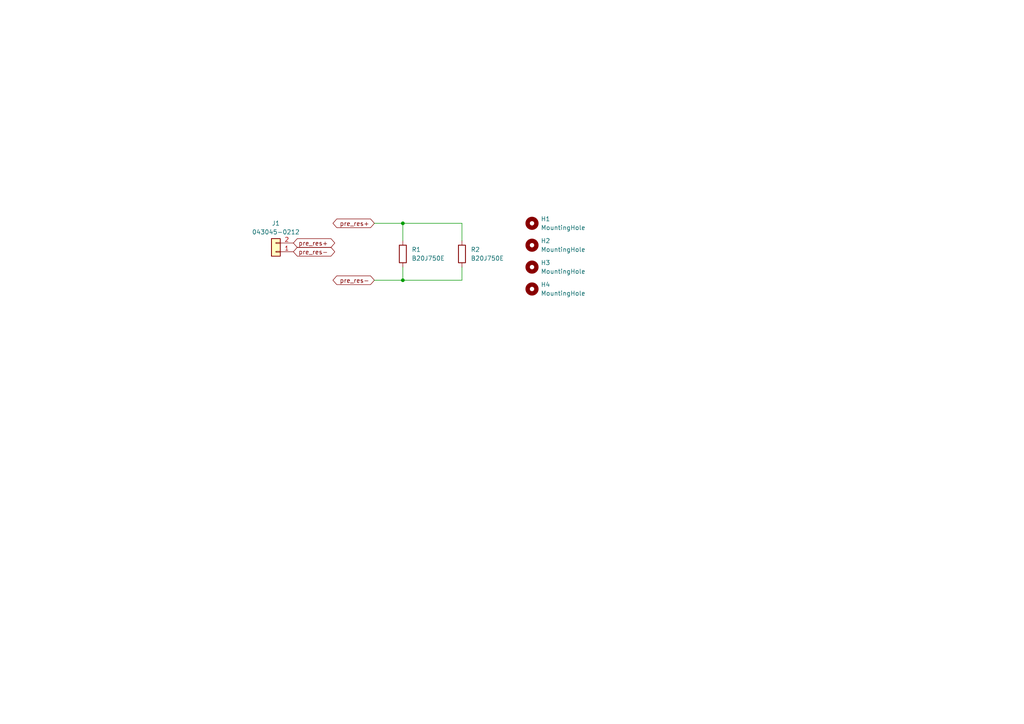
<source format=kicad_sch>
(kicad_sch (version 20231120) (generator "eeschema") (generator_version "8.0")
  (paper "A4")
  (lib_symbols
    (symbol "Connector_Generic:Conn_01x02" (pin_names (offset 1.016) hide)
      (property "Reference" "J" (at 0 2.54 0))
      (property "Value" "Conn_01x02" (at 0 -5.08 0))
      (symbol "Conn_01x02_1_1"
        (rectangle (start -1.27 -2.413) (end 0 -2.667) (stroke (width 0.1524)))
        (rectangle (start -1.27 0.127) (end 0 -0.127) (stroke (width 0.1524)))
        (rectangle (start -1.27 1.27) (end 1.27 -3.81) (stroke (width 0.254)) (fill (type background)))
        (pin passive line (at -5.08 0 0) (length 3.81) (name "Pin_1") (number "1"))
        (pin passive line (at -5.08 -2.54 0) (length 3.81) (name "Pin_2") (number "2"))
      )
    )
    (symbol "Device:R" (pin_numbers hide) (pin_names (offset 0))
      (property "Reference" "R" (at 2.032 0 90))
      (property "Value" "R" (at 0 0 90))
      (symbol "R_0_1"
        (rectangle (start -1.016 -2.54) (end 1.016 2.54) (stroke (width 0.254)))
      )
      (symbol "R_1_1"
        (pin passive line (at 0 3.81 270) (length 1.27) (name "~") (number "1"))
        (pin passive line (at 0 -3.81 90) (length 1.27) (name "~") (number "2"))
      )
    )
    (symbol "Mechanical:MountingHole" (pin_names (offset 1.016)) (exclude_from_sim yes) (in_bom no)
      (property "Reference" "H" (at 0 5.08 0))
      (property "Value" "MountingHole" (at 0 3.175 0))
      (symbol "MountingHole_0_1"
        (circle (center 0 0) (radius 1.27) (stroke (width 1.27)))
      )
    )
  )
  (junction (at 116.84 64.77))
  (junction (at 116.84 81.28))
  (wire (pts (xy 116.84 64.77) (xy 116.84 69.85)))
  (wire (pts (xy 116.84 64.77) (xy 133.985 64.77)))
  (wire (pts (xy 108.585 81.28) (xy 116.84 81.28)))
  (wire (pts (xy 133.985 81.28) (xy 133.985 77.47)))
  (wire (pts (xy 116.84 81.28) (xy 133.985 81.28)))
  (wire (pts (xy 116.84 64.77) (xy 108.585 64.77)))
  (wire (pts (xy 116.84 81.28) (xy 116.84 77.47)))
  (wire (pts (xy 133.985 64.77) (xy 133.985 69.85)))
  (global_label "pre_res+" (shape bidirectional) (at 108.585 64.77 180) (property "Intersheetrefs" "${INTERSHEET_REFS}" (effects (hide yes))))
  (global_label "pre_res-" (shape bidirectional) (at 108.585 81.28 180) (property "Intersheetrefs" "${INTERSHEET_REFS}" (effects (hide yes))))
  (global_label "pre_res+" (shape bidirectional) (at 85.09 70.485 0) (property "Intersheetrefs" "${INTERSHEET_REFS}" (effects (hide yes))))
  (global_label "pre_res-" (shape bidirectional) (at 85.09 73.025 0) (property "Intersheetrefs" "${INTERSHEET_REFS}" (effects (hide yes))))
  (symbol (lib_id "Mechanical:MountingHole") (at 154.305 71.12 0) (unit 1) (exclude_from_sim yes) (in_bom no)
    (property "Reference" "H2" (at 156.845 69.8499 0) (effects (justify left)))
    (property "Value" "MountingHole" (at 156.845 72.3899 0) (effects (justify left)))
    (property "Footprint" "MountingHole:MountingHole_4.3mm_M4" (effects (hide yes)))
    (property "Description" "Mounting Hole without connection" (effects (hide yes)))
  )
  (symbol (lib_id "Mechanical:MountingHole") (at 154.305 77.47 0) (unit 1) (exclude_from_sim yes) (in_bom no)
    (property "Reference" "H3" (at 156.845 76.1999 0) (effects (justify left)))
    (property "Value" "MountingHole" (at 156.845 78.7399 0) (effects (justify left)))
    (property "Footprint" "MountingHole:MountingHole_4.3mm_M4" (effects (hide yes)))
    (property "Description" "Mounting Hole without connection" (effects (hide yes)))
  )
  (symbol (lib_id "Connector_Generic:Conn_01x02") (at 80.01 73.025 180) (unit 1)
    (property "Reference" "J1" (at 80.01 64.77 0))
    (property "Value" "043045-0212" (at 80.01 67.31 0))
    (property "Footprint" "Connector_Molex:Molex_Micro-Fit_3.0_43045-0212_2x01_P3.00mm_Vertical" (effects (hide yes)))
  )
  (symbol (lib_id "Device:R") (at 116.84 73.66 0) (unit 1)
    (property "Reference" "R1" (at 119.38 72.3899 0) (effects (justify left)))
    (property "Value" "B20J750E" (at 119.38 74.9299 0) (effects (justify left)))
    (property "Footprint" "Resistor_THT:R_Axial_Power_L50.0mm_W9.0mm_P60.96mm" (effects (hide yes)))
  )
  (symbol (lib_id "Mechanical:MountingHole") (at 154.305 64.77 0) (unit 1) (exclude_from_sim yes) (in_bom no)
    (property "Reference" "H1" (at 156.845 63.4999 0) (effects (justify left)))
    (property "Value" "MountingHole" (at 156.845 66.0399 0) (effects (justify left)))
    (property "Footprint" "MountingHole:MountingHole_4.3mm_M4" (effects (hide yes)))
    (property "Description" "Mounting Hole without connection" (effects (hide yes)))
  )
  (symbol (lib_id "Mechanical:MountingHole") (at 154.305 83.82 0) (unit 1) (exclude_from_sim yes) (in_bom no)
    (property "Reference" "H4" (at 156.845 82.5499 0) (effects (justify left)))
    (property "Value" "MountingHole" (at 156.845 85.0899 0) (effects (justify left)))
    (property "Footprint" "MountingHole:MountingHole_4.3mm_M4" (effects (hide yes)))
    (property "Description" "Mounting Hole without connection" (effects (hide yes)))
  )
  (symbol (lib_id "Device:R") (at 133.985 73.66 0) (unit 1)
    (property "Reference" "R2" (at 136.525 72.39 0) (effects (justify left)))
    (property "Value" "B20J750E" (at 136.525 74.93 0) (effects (justify left)))
    (property "Footprint" "Resistor_THT:R_Axial_Power_L50.0mm_W9.0mm_P60.96mm" (effects (hide yes)))
  )
)
</source>
